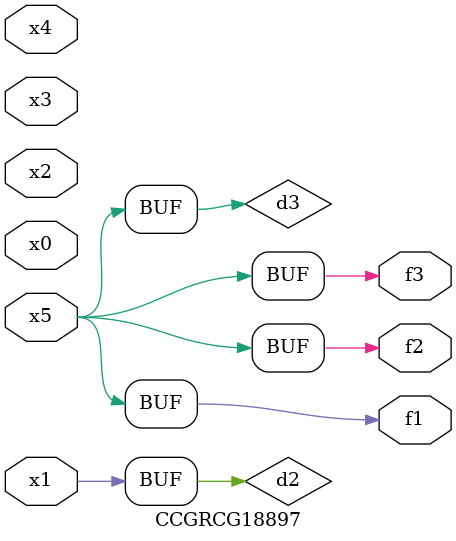
<source format=v>
module CCGRCG18897(
	input x0, x1, x2, x3, x4, x5,
	output f1, f2, f3
);

	wire d1, d2, d3;

	not (d1, x5);
	or (d2, x1);
	xnor (d3, d1);
	assign f1 = d3;
	assign f2 = d3;
	assign f3 = d3;
endmodule

</source>
